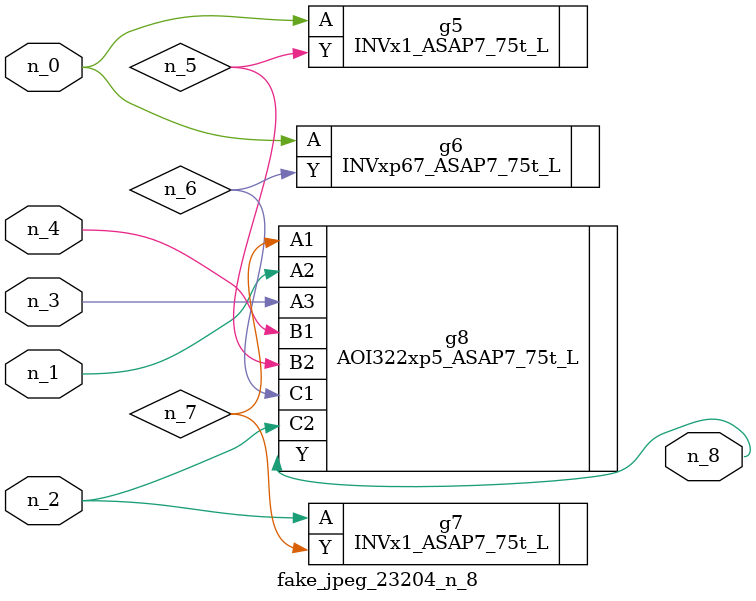
<source format=v>
module fake_jpeg_23204_n_8 (n_3, n_2, n_1, n_0, n_4, n_8);

input n_3;
input n_2;
input n_1;
input n_0;
input n_4;

output n_8;

wire n_6;
wire n_5;
wire n_7;

INVx1_ASAP7_75t_L g5 ( 
.A(n_0),
.Y(n_5)
);

INVxp67_ASAP7_75t_L g6 ( 
.A(n_0),
.Y(n_6)
);

INVx1_ASAP7_75t_L g7 ( 
.A(n_2),
.Y(n_7)
);

AOI322xp5_ASAP7_75t_L g8 ( 
.A1(n_7),
.A2(n_1),
.A3(n_3),
.B1(n_4),
.B2(n_5),
.C1(n_6),
.C2(n_2),
.Y(n_8)
);


endmodule
</source>
